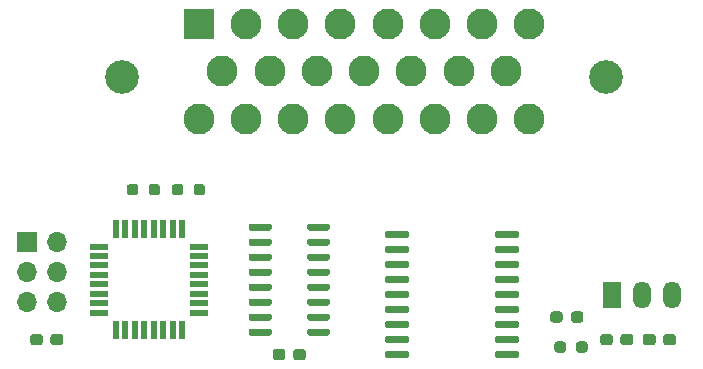
<source format=gbr>
%TF.GenerationSoftware,KiCad,Pcbnew,5.1.7-a382d34a8~88~ubuntu18.04.1*%
%TF.CreationDate,2021-02-25T09:45:04-05:00*%
%TF.ProjectId,PedalBaord,50656461-6c42-4616-9f72-642e6b696361,rev?*%
%TF.SameCoordinates,Original*%
%TF.FileFunction,Soldermask,Top*%
%TF.FilePolarity,Negative*%
%FSLAX46Y46*%
G04 Gerber Fmt 4.6, Leading zero omitted, Abs format (unit mm)*
G04 Created by KiCad (PCBNEW 5.1.7-a382d34a8~88~ubuntu18.04.1) date 2021-02-25 09:45:04*
%MOMM*%
%LPD*%
G01*
G04 APERTURE LIST*
%ADD10O,1.500000X2.300000*%
%ADD11R,1.500000X2.300000*%
%ADD12R,0.550000X1.600000*%
%ADD13R,1.600000X0.550000*%
%ADD14C,2.625000*%
%ADD15R,2.625000X2.625000*%
%ADD16C,2.850000*%
%ADD17O,1.700000X1.700000*%
%ADD18R,1.700000X1.700000*%
G04 APERTURE END LIST*
%TO.C,U5*%
G36*
G01*
X124230000Y-78590000D02*
X124230000Y-78890000D01*
G75*
G02*
X124080000Y-79040000I-150000J0D01*
G01*
X122430000Y-79040000D01*
G75*
G02*
X122280000Y-78890000I0J150000D01*
G01*
X122280000Y-78590000D01*
G75*
G02*
X122430000Y-78440000I150000J0D01*
G01*
X124080000Y-78440000D01*
G75*
G02*
X124230000Y-78590000I0J-150000D01*
G01*
G37*
G36*
G01*
X124230000Y-77320000D02*
X124230000Y-77620000D01*
G75*
G02*
X124080000Y-77770000I-150000J0D01*
G01*
X122430000Y-77770000D01*
G75*
G02*
X122280000Y-77620000I0J150000D01*
G01*
X122280000Y-77320000D01*
G75*
G02*
X122430000Y-77170000I150000J0D01*
G01*
X124080000Y-77170000D01*
G75*
G02*
X124230000Y-77320000I0J-150000D01*
G01*
G37*
G36*
G01*
X124230000Y-76050000D02*
X124230000Y-76350000D01*
G75*
G02*
X124080000Y-76500000I-150000J0D01*
G01*
X122430000Y-76500000D01*
G75*
G02*
X122280000Y-76350000I0J150000D01*
G01*
X122280000Y-76050000D01*
G75*
G02*
X122430000Y-75900000I150000J0D01*
G01*
X124080000Y-75900000D01*
G75*
G02*
X124230000Y-76050000I0J-150000D01*
G01*
G37*
G36*
G01*
X124230000Y-74780000D02*
X124230000Y-75080000D01*
G75*
G02*
X124080000Y-75230000I-150000J0D01*
G01*
X122430000Y-75230000D01*
G75*
G02*
X122280000Y-75080000I0J150000D01*
G01*
X122280000Y-74780000D01*
G75*
G02*
X122430000Y-74630000I150000J0D01*
G01*
X124080000Y-74630000D01*
G75*
G02*
X124230000Y-74780000I0J-150000D01*
G01*
G37*
G36*
G01*
X124230000Y-73510000D02*
X124230000Y-73810000D01*
G75*
G02*
X124080000Y-73960000I-150000J0D01*
G01*
X122430000Y-73960000D01*
G75*
G02*
X122280000Y-73810000I0J150000D01*
G01*
X122280000Y-73510000D01*
G75*
G02*
X122430000Y-73360000I150000J0D01*
G01*
X124080000Y-73360000D01*
G75*
G02*
X124230000Y-73510000I0J-150000D01*
G01*
G37*
G36*
G01*
X124230000Y-72240000D02*
X124230000Y-72540000D01*
G75*
G02*
X124080000Y-72690000I-150000J0D01*
G01*
X122430000Y-72690000D01*
G75*
G02*
X122280000Y-72540000I0J150000D01*
G01*
X122280000Y-72240000D01*
G75*
G02*
X122430000Y-72090000I150000J0D01*
G01*
X124080000Y-72090000D01*
G75*
G02*
X124230000Y-72240000I0J-150000D01*
G01*
G37*
G36*
G01*
X124230000Y-70970000D02*
X124230000Y-71270000D01*
G75*
G02*
X124080000Y-71420000I-150000J0D01*
G01*
X122430000Y-71420000D01*
G75*
G02*
X122280000Y-71270000I0J150000D01*
G01*
X122280000Y-70970000D01*
G75*
G02*
X122430000Y-70820000I150000J0D01*
G01*
X124080000Y-70820000D01*
G75*
G02*
X124230000Y-70970000I0J-150000D01*
G01*
G37*
G36*
G01*
X124230000Y-69700000D02*
X124230000Y-70000000D01*
G75*
G02*
X124080000Y-70150000I-150000J0D01*
G01*
X122430000Y-70150000D01*
G75*
G02*
X122280000Y-70000000I0J150000D01*
G01*
X122280000Y-69700000D01*
G75*
G02*
X122430000Y-69550000I150000J0D01*
G01*
X124080000Y-69550000D01*
G75*
G02*
X124230000Y-69700000I0J-150000D01*
G01*
G37*
G36*
G01*
X129180000Y-69700000D02*
X129180000Y-70000000D01*
G75*
G02*
X129030000Y-70150000I-150000J0D01*
G01*
X127380000Y-70150000D01*
G75*
G02*
X127230000Y-70000000I0J150000D01*
G01*
X127230000Y-69700000D01*
G75*
G02*
X127380000Y-69550000I150000J0D01*
G01*
X129030000Y-69550000D01*
G75*
G02*
X129180000Y-69700000I0J-150000D01*
G01*
G37*
G36*
G01*
X129180000Y-70970000D02*
X129180000Y-71270000D01*
G75*
G02*
X129030000Y-71420000I-150000J0D01*
G01*
X127380000Y-71420000D01*
G75*
G02*
X127230000Y-71270000I0J150000D01*
G01*
X127230000Y-70970000D01*
G75*
G02*
X127380000Y-70820000I150000J0D01*
G01*
X129030000Y-70820000D01*
G75*
G02*
X129180000Y-70970000I0J-150000D01*
G01*
G37*
G36*
G01*
X129180000Y-72240000D02*
X129180000Y-72540000D01*
G75*
G02*
X129030000Y-72690000I-150000J0D01*
G01*
X127380000Y-72690000D01*
G75*
G02*
X127230000Y-72540000I0J150000D01*
G01*
X127230000Y-72240000D01*
G75*
G02*
X127380000Y-72090000I150000J0D01*
G01*
X129030000Y-72090000D01*
G75*
G02*
X129180000Y-72240000I0J-150000D01*
G01*
G37*
G36*
G01*
X129180000Y-73510000D02*
X129180000Y-73810000D01*
G75*
G02*
X129030000Y-73960000I-150000J0D01*
G01*
X127380000Y-73960000D01*
G75*
G02*
X127230000Y-73810000I0J150000D01*
G01*
X127230000Y-73510000D01*
G75*
G02*
X127380000Y-73360000I150000J0D01*
G01*
X129030000Y-73360000D01*
G75*
G02*
X129180000Y-73510000I0J-150000D01*
G01*
G37*
G36*
G01*
X129180000Y-74780000D02*
X129180000Y-75080000D01*
G75*
G02*
X129030000Y-75230000I-150000J0D01*
G01*
X127380000Y-75230000D01*
G75*
G02*
X127230000Y-75080000I0J150000D01*
G01*
X127230000Y-74780000D01*
G75*
G02*
X127380000Y-74630000I150000J0D01*
G01*
X129030000Y-74630000D01*
G75*
G02*
X129180000Y-74780000I0J-150000D01*
G01*
G37*
G36*
G01*
X129180000Y-76050000D02*
X129180000Y-76350000D01*
G75*
G02*
X129030000Y-76500000I-150000J0D01*
G01*
X127380000Y-76500000D01*
G75*
G02*
X127230000Y-76350000I0J150000D01*
G01*
X127230000Y-76050000D01*
G75*
G02*
X127380000Y-75900000I150000J0D01*
G01*
X129030000Y-75900000D01*
G75*
G02*
X129180000Y-76050000I0J-150000D01*
G01*
G37*
G36*
G01*
X129180000Y-77320000D02*
X129180000Y-77620000D01*
G75*
G02*
X129030000Y-77770000I-150000J0D01*
G01*
X127380000Y-77770000D01*
G75*
G02*
X127230000Y-77620000I0J150000D01*
G01*
X127230000Y-77320000D01*
G75*
G02*
X127380000Y-77170000I150000J0D01*
G01*
X129030000Y-77170000D01*
G75*
G02*
X129180000Y-77320000I0J-150000D01*
G01*
G37*
G36*
G01*
X129180000Y-78590000D02*
X129180000Y-78890000D01*
G75*
G02*
X129030000Y-79040000I-150000J0D01*
G01*
X127380000Y-79040000D01*
G75*
G02*
X127230000Y-78890000I0J150000D01*
G01*
X127230000Y-78590000D01*
G75*
G02*
X127380000Y-78440000I150000J0D01*
G01*
X129030000Y-78440000D01*
G75*
G02*
X129180000Y-78590000I0J-150000D01*
G01*
G37*
%TD*%
%TO.C,C7*%
G36*
G01*
X126055000Y-80882500D02*
X126055000Y-80407500D01*
G75*
G02*
X126292500Y-80170000I237500J0D01*
G01*
X126892500Y-80170000D01*
G75*
G02*
X127130000Y-80407500I0J-237500D01*
G01*
X127130000Y-80882500D01*
G75*
G02*
X126892500Y-81120000I-237500J0D01*
G01*
X126292500Y-81120000D01*
G75*
G02*
X126055000Y-80882500I0J237500D01*
G01*
G37*
G36*
G01*
X124330000Y-80882500D02*
X124330000Y-80407500D01*
G75*
G02*
X124567500Y-80170000I237500J0D01*
G01*
X125167500Y-80170000D01*
G75*
G02*
X125405000Y-80407500I0J-237500D01*
G01*
X125405000Y-80882500D01*
G75*
G02*
X125167500Y-81120000I-237500J0D01*
G01*
X124567500Y-81120000D01*
G75*
G02*
X124330000Y-80882500I0J237500D01*
G01*
G37*
%TD*%
%TO.C,U3*%
G36*
G01*
X135870000Y-80495000D02*
X135870000Y-80795000D01*
G75*
G02*
X135720000Y-80945000I-150000J0D01*
G01*
X133970000Y-80945000D01*
G75*
G02*
X133820000Y-80795000I0J150000D01*
G01*
X133820000Y-80495000D01*
G75*
G02*
X133970000Y-80345000I150000J0D01*
G01*
X135720000Y-80345000D01*
G75*
G02*
X135870000Y-80495000I0J-150000D01*
G01*
G37*
G36*
G01*
X135870000Y-79225000D02*
X135870000Y-79525000D01*
G75*
G02*
X135720000Y-79675000I-150000J0D01*
G01*
X133970000Y-79675000D01*
G75*
G02*
X133820000Y-79525000I0J150000D01*
G01*
X133820000Y-79225000D01*
G75*
G02*
X133970000Y-79075000I150000J0D01*
G01*
X135720000Y-79075000D01*
G75*
G02*
X135870000Y-79225000I0J-150000D01*
G01*
G37*
G36*
G01*
X135870000Y-77955000D02*
X135870000Y-78255000D01*
G75*
G02*
X135720000Y-78405000I-150000J0D01*
G01*
X133970000Y-78405000D01*
G75*
G02*
X133820000Y-78255000I0J150000D01*
G01*
X133820000Y-77955000D01*
G75*
G02*
X133970000Y-77805000I150000J0D01*
G01*
X135720000Y-77805000D01*
G75*
G02*
X135870000Y-77955000I0J-150000D01*
G01*
G37*
G36*
G01*
X135870000Y-76685000D02*
X135870000Y-76985000D01*
G75*
G02*
X135720000Y-77135000I-150000J0D01*
G01*
X133970000Y-77135000D01*
G75*
G02*
X133820000Y-76985000I0J150000D01*
G01*
X133820000Y-76685000D01*
G75*
G02*
X133970000Y-76535000I150000J0D01*
G01*
X135720000Y-76535000D01*
G75*
G02*
X135870000Y-76685000I0J-150000D01*
G01*
G37*
G36*
G01*
X135870000Y-75415000D02*
X135870000Y-75715000D01*
G75*
G02*
X135720000Y-75865000I-150000J0D01*
G01*
X133970000Y-75865000D01*
G75*
G02*
X133820000Y-75715000I0J150000D01*
G01*
X133820000Y-75415000D01*
G75*
G02*
X133970000Y-75265000I150000J0D01*
G01*
X135720000Y-75265000D01*
G75*
G02*
X135870000Y-75415000I0J-150000D01*
G01*
G37*
G36*
G01*
X135870000Y-74145000D02*
X135870000Y-74445000D01*
G75*
G02*
X135720000Y-74595000I-150000J0D01*
G01*
X133970000Y-74595000D01*
G75*
G02*
X133820000Y-74445000I0J150000D01*
G01*
X133820000Y-74145000D01*
G75*
G02*
X133970000Y-73995000I150000J0D01*
G01*
X135720000Y-73995000D01*
G75*
G02*
X135870000Y-74145000I0J-150000D01*
G01*
G37*
G36*
G01*
X135870000Y-72875000D02*
X135870000Y-73175000D01*
G75*
G02*
X135720000Y-73325000I-150000J0D01*
G01*
X133970000Y-73325000D01*
G75*
G02*
X133820000Y-73175000I0J150000D01*
G01*
X133820000Y-72875000D01*
G75*
G02*
X133970000Y-72725000I150000J0D01*
G01*
X135720000Y-72725000D01*
G75*
G02*
X135870000Y-72875000I0J-150000D01*
G01*
G37*
G36*
G01*
X135870000Y-71605000D02*
X135870000Y-71905000D01*
G75*
G02*
X135720000Y-72055000I-150000J0D01*
G01*
X133970000Y-72055000D01*
G75*
G02*
X133820000Y-71905000I0J150000D01*
G01*
X133820000Y-71605000D01*
G75*
G02*
X133970000Y-71455000I150000J0D01*
G01*
X135720000Y-71455000D01*
G75*
G02*
X135870000Y-71605000I0J-150000D01*
G01*
G37*
G36*
G01*
X135870000Y-70335000D02*
X135870000Y-70635000D01*
G75*
G02*
X135720000Y-70785000I-150000J0D01*
G01*
X133970000Y-70785000D01*
G75*
G02*
X133820000Y-70635000I0J150000D01*
G01*
X133820000Y-70335000D01*
G75*
G02*
X133970000Y-70185000I150000J0D01*
G01*
X135720000Y-70185000D01*
G75*
G02*
X135870000Y-70335000I0J-150000D01*
G01*
G37*
G36*
G01*
X145170000Y-70335000D02*
X145170000Y-70635000D01*
G75*
G02*
X145020000Y-70785000I-150000J0D01*
G01*
X143270000Y-70785000D01*
G75*
G02*
X143120000Y-70635000I0J150000D01*
G01*
X143120000Y-70335000D01*
G75*
G02*
X143270000Y-70185000I150000J0D01*
G01*
X145020000Y-70185000D01*
G75*
G02*
X145170000Y-70335000I0J-150000D01*
G01*
G37*
G36*
G01*
X145170000Y-71605000D02*
X145170000Y-71905000D01*
G75*
G02*
X145020000Y-72055000I-150000J0D01*
G01*
X143270000Y-72055000D01*
G75*
G02*
X143120000Y-71905000I0J150000D01*
G01*
X143120000Y-71605000D01*
G75*
G02*
X143270000Y-71455000I150000J0D01*
G01*
X145020000Y-71455000D01*
G75*
G02*
X145170000Y-71605000I0J-150000D01*
G01*
G37*
G36*
G01*
X145170000Y-72875000D02*
X145170000Y-73175000D01*
G75*
G02*
X145020000Y-73325000I-150000J0D01*
G01*
X143270000Y-73325000D01*
G75*
G02*
X143120000Y-73175000I0J150000D01*
G01*
X143120000Y-72875000D01*
G75*
G02*
X143270000Y-72725000I150000J0D01*
G01*
X145020000Y-72725000D01*
G75*
G02*
X145170000Y-72875000I0J-150000D01*
G01*
G37*
G36*
G01*
X145170000Y-74145000D02*
X145170000Y-74445000D01*
G75*
G02*
X145020000Y-74595000I-150000J0D01*
G01*
X143270000Y-74595000D01*
G75*
G02*
X143120000Y-74445000I0J150000D01*
G01*
X143120000Y-74145000D01*
G75*
G02*
X143270000Y-73995000I150000J0D01*
G01*
X145020000Y-73995000D01*
G75*
G02*
X145170000Y-74145000I0J-150000D01*
G01*
G37*
G36*
G01*
X145170000Y-75415000D02*
X145170000Y-75715000D01*
G75*
G02*
X145020000Y-75865000I-150000J0D01*
G01*
X143270000Y-75865000D01*
G75*
G02*
X143120000Y-75715000I0J150000D01*
G01*
X143120000Y-75415000D01*
G75*
G02*
X143270000Y-75265000I150000J0D01*
G01*
X145020000Y-75265000D01*
G75*
G02*
X145170000Y-75415000I0J-150000D01*
G01*
G37*
G36*
G01*
X145170000Y-76685000D02*
X145170000Y-76985000D01*
G75*
G02*
X145020000Y-77135000I-150000J0D01*
G01*
X143270000Y-77135000D01*
G75*
G02*
X143120000Y-76985000I0J150000D01*
G01*
X143120000Y-76685000D01*
G75*
G02*
X143270000Y-76535000I150000J0D01*
G01*
X145020000Y-76535000D01*
G75*
G02*
X145170000Y-76685000I0J-150000D01*
G01*
G37*
G36*
G01*
X145170000Y-77955000D02*
X145170000Y-78255000D01*
G75*
G02*
X145020000Y-78405000I-150000J0D01*
G01*
X143270000Y-78405000D01*
G75*
G02*
X143120000Y-78255000I0J150000D01*
G01*
X143120000Y-77955000D01*
G75*
G02*
X143270000Y-77805000I150000J0D01*
G01*
X145020000Y-77805000D01*
G75*
G02*
X145170000Y-77955000I0J-150000D01*
G01*
G37*
G36*
G01*
X145170000Y-79225000D02*
X145170000Y-79525000D01*
G75*
G02*
X145020000Y-79675000I-150000J0D01*
G01*
X143270000Y-79675000D01*
G75*
G02*
X143120000Y-79525000I0J150000D01*
G01*
X143120000Y-79225000D01*
G75*
G02*
X143270000Y-79075000I150000J0D01*
G01*
X145020000Y-79075000D01*
G75*
G02*
X145170000Y-79225000I0J-150000D01*
G01*
G37*
G36*
G01*
X145170000Y-80495000D02*
X145170000Y-80795000D01*
G75*
G02*
X145020000Y-80945000I-150000J0D01*
G01*
X143270000Y-80945000D01*
G75*
G02*
X143120000Y-80795000I0J150000D01*
G01*
X143120000Y-80495000D01*
G75*
G02*
X143270000Y-80345000I150000J0D01*
G01*
X145020000Y-80345000D01*
G75*
G02*
X145170000Y-80495000I0J-150000D01*
G01*
G37*
%TD*%
D10*
%TO.C,U2*%
X158115000Y-75565000D03*
X155575000Y-75565000D03*
D11*
X153035000Y-75565000D03*
%TD*%
D12*
%TO.C,U1*%
X111060000Y-70045000D03*
X111860000Y-70045000D03*
X112660000Y-70045000D03*
X113460000Y-70045000D03*
X114260000Y-70045000D03*
X115060000Y-70045000D03*
X115860000Y-70045000D03*
X116660000Y-70045000D03*
D13*
X118110000Y-71495000D03*
X118110000Y-72295000D03*
X118110000Y-73095000D03*
X118110000Y-73895000D03*
X118110000Y-74695000D03*
X118110000Y-75495000D03*
X118110000Y-76295000D03*
X118110000Y-77095000D03*
D12*
X116660000Y-78545000D03*
X115860000Y-78545000D03*
X115060000Y-78545000D03*
X114260000Y-78545000D03*
X113460000Y-78545000D03*
X112660000Y-78545000D03*
X111860000Y-78545000D03*
X111060000Y-78545000D03*
D13*
X109610000Y-77095000D03*
X109610000Y-76295000D03*
X109610000Y-75495000D03*
X109610000Y-74695000D03*
X109610000Y-73895000D03*
X109610000Y-73095000D03*
X109610000Y-72295000D03*
X109610000Y-71495000D03*
%TD*%
%TO.C,R3*%
G36*
G01*
X150007500Y-80247500D02*
X150007500Y-79772500D01*
G75*
G02*
X150245000Y-79535000I237500J0D01*
G01*
X150745000Y-79535000D01*
G75*
G02*
X150982500Y-79772500I0J-237500D01*
G01*
X150982500Y-80247500D01*
G75*
G02*
X150745000Y-80485000I-237500J0D01*
G01*
X150245000Y-80485000D01*
G75*
G02*
X150007500Y-80247500I0J237500D01*
G01*
G37*
G36*
G01*
X148182500Y-80247500D02*
X148182500Y-79772500D01*
G75*
G02*
X148420000Y-79535000I237500J0D01*
G01*
X148920000Y-79535000D01*
G75*
G02*
X149157500Y-79772500I0J-237500D01*
G01*
X149157500Y-80247500D01*
G75*
G02*
X148920000Y-80485000I-237500J0D01*
G01*
X148420000Y-80485000D01*
G75*
G02*
X148182500Y-80247500I0J237500D01*
G01*
G37*
%TD*%
%TO.C,R2*%
G36*
G01*
X117622500Y-66912500D02*
X117622500Y-66437500D01*
G75*
G02*
X117860000Y-66200000I237500J0D01*
G01*
X118360000Y-66200000D01*
G75*
G02*
X118597500Y-66437500I0J-237500D01*
G01*
X118597500Y-66912500D01*
G75*
G02*
X118360000Y-67150000I-237500J0D01*
G01*
X117860000Y-67150000D01*
G75*
G02*
X117622500Y-66912500I0J237500D01*
G01*
G37*
G36*
G01*
X115797500Y-66912500D02*
X115797500Y-66437500D01*
G75*
G02*
X116035000Y-66200000I237500J0D01*
G01*
X116535000Y-66200000D01*
G75*
G02*
X116772500Y-66437500I0J-237500D01*
G01*
X116772500Y-66912500D01*
G75*
G02*
X116535000Y-67150000I-237500J0D01*
G01*
X116035000Y-67150000D01*
G75*
G02*
X115797500Y-66912500I0J237500D01*
G01*
G37*
%TD*%
%TO.C,R1*%
G36*
G01*
X112962500Y-66437500D02*
X112962500Y-66912500D01*
G75*
G02*
X112725000Y-67150000I-237500J0D01*
G01*
X112225000Y-67150000D01*
G75*
G02*
X111987500Y-66912500I0J237500D01*
G01*
X111987500Y-66437500D01*
G75*
G02*
X112225000Y-66200000I237500J0D01*
G01*
X112725000Y-66200000D01*
G75*
G02*
X112962500Y-66437500I0J-237500D01*
G01*
G37*
G36*
G01*
X114787500Y-66437500D02*
X114787500Y-66912500D01*
G75*
G02*
X114550000Y-67150000I-237500J0D01*
G01*
X114050000Y-67150000D01*
G75*
G02*
X113812500Y-66912500I0J237500D01*
G01*
X113812500Y-66437500D01*
G75*
G02*
X114050000Y-66200000I237500J0D01*
G01*
X114550000Y-66200000D01*
G75*
G02*
X114787500Y-66437500I0J-237500D01*
G01*
G37*
%TD*%
D14*
%TO.C,J2*%
X142060000Y-60660000D03*
X138060000Y-60660000D03*
X134060000Y-60660000D03*
X130060000Y-60660000D03*
X126060000Y-60660000D03*
X122060000Y-60660000D03*
X140060000Y-56660000D03*
X136060000Y-56660000D03*
X132060000Y-56660000D03*
X128060000Y-56660000D03*
X124060000Y-56660000D03*
X142060000Y-52660000D03*
X138060000Y-52660000D03*
X134060000Y-52660000D03*
X130060000Y-52660000D03*
X126060000Y-52660000D03*
X122060000Y-52660000D03*
X146060000Y-60660000D03*
X118060000Y-60660000D03*
X144060000Y-56660000D03*
X120060000Y-56660000D03*
X146060000Y-52660000D03*
D15*
X118060000Y-52660000D03*
D16*
X152560000Y-57160000D03*
X111560000Y-57160000D03*
%TD*%
D17*
%TO.C,J1*%
X106045000Y-76200000D03*
X103505000Y-76200000D03*
X106045000Y-73660000D03*
X103505000Y-73660000D03*
X106045000Y-71120000D03*
D18*
X103505000Y-71120000D03*
%TD*%
%TO.C,D1*%
G36*
G01*
X148875000Y-77232500D02*
X148875000Y-77707500D01*
G75*
G02*
X148637500Y-77945000I-237500J0D01*
G01*
X148062500Y-77945000D01*
G75*
G02*
X147825000Y-77707500I0J237500D01*
G01*
X147825000Y-77232500D01*
G75*
G02*
X148062500Y-76995000I237500J0D01*
G01*
X148637500Y-76995000D01*
G75*
G02*
X148875000Y-77232500I0J-237500D01*
G01*
G37*
G36*
G01*
X150625000Y-77232500D02*
X150625000Y-77707500D01*
G75*
G02*
X150387500Y-77945000I-237500J0D01*
G01*
X149812500Y-77945000D01*
G75*
G02*
X149575000Y-77707500I0J237500D01*
G01*
X149575000Y-77232500D01*
G75*
G02*
X149812500Y-76995000I237500J0D01*
G01*
X150387500Y-76995000D01*
G75*
G02*
X150625000Y-77232500I0J-237500D01*
G01*
G37*
%TD*%
%TO.C,C4*%
G36*
G01*
X156747500Y-79137500D02*
X156747500Y-79612500D01*
G75*
G02*
X156510000Y-79850000I-237500J0D01*
G01*
X155910000Y-79850000D01*
G75*
G02*
X155672500Y-79612500I0J237500D01*
G01*
X155672500Y-79137500D01*
G75*
G02*
X155910000Y-78900000I237500J0D01*
G01*
X156510000Y-78900000D01*
G75*
G02*
X156747500Y-79137500I0J-237500D01*
G01*
G37*
G36*
G01*
X158472500Y-79137500D02*
X158472500Y-79612500D01*
G75*
G02*
X158235000Y-79850000I-237500J0D01*
G01*
X157635000Y-79850000D01*
G75*
G02*
X157397500Y-79612500I0J237500D01*
G01*
X157397500Y-79137500D01*
G75*
G02*
X157635000Y-78900000I237500J0D01*
G01*
X158235000Y-78900000D01*
G75*
G02*
X158472500Y-79137500I0J-237500D01*
G01*
G37*
%TD*%
%TO.C,C3*%
G36*
G01*
X153767500Y-79612500D02*
X153767500Y-79137500D01*
G75*
G02*
X154005000Y-78900000I237500J0D01*
G01*
X154605000Y-78900000D01*
G75*
G02*
X154842500Y-79137500I0J-237500D01*
G01*
X154842500Y-79612500D01*
G75*
G02*
X154605000Y-79850000I-237500J0D01*
G01*
X154005000Y-79850000D01*
G75*
G02*
X153767500Y-79612500I0J237500D01*
G01*
G37*
G36*
G01*
X152042500Y-79612500D02*
X152042500Y-79137500D01*
G75*
G02*
X152280000Y-78900000I237500J0D01*
G01*
X152880000Y-78900000D01*
G75*
G02*
X153117500Y-79137500I0J-237500D01*
G01*
X153117500Y-79612500D01*
G75*
G02*
X152880000Y-79850000I-237500J0D01*
G01*
X152280000Y-79850000D01*
G75*
G02*
X152042500Y-79612500I0J237500D01*
G01*
G37*
%TD*%
%TO.C,C1*%
G36*
G01*
X104857500Y-79137500D02*
X104857500Y-79612500D01*
G75*
G02*
X104620000Y-79850000I-237500J0D01*
G01*
X104020000Y-79850000D01*
G75*
G02*
X103782500Y-79612500I0J237500D01*
G01*
X103782500Y-79137500D01*
G75*
G02*
X104020000Y-78900000I237500J0D01*
G01*
X104620000Y-78900000D01*
G75*
G02*
X104857500Y-79137500I0J-237500D01*
G01*
G37*
G36*
G01*
X106582500Y-79137500D02*
X106582500Y-79612500D01*
G75*
G02*
X106345000Y-79850000I-237500J0D01*
G01*
X105745000Y-79850000D01*
G75*
G02*
X105507500Y-79612500I0J237500D01*
G01*
X105507500Y-79137500D01*
G75*
G02*
X105745000Y-78900000I237500J0D01*
G01*
X106345000Y-78900000D01*
G75*
G02*
X106582500Y-79137500I0J-237500D01*
G01*
G37*
%TD*%
M02*

</source>
